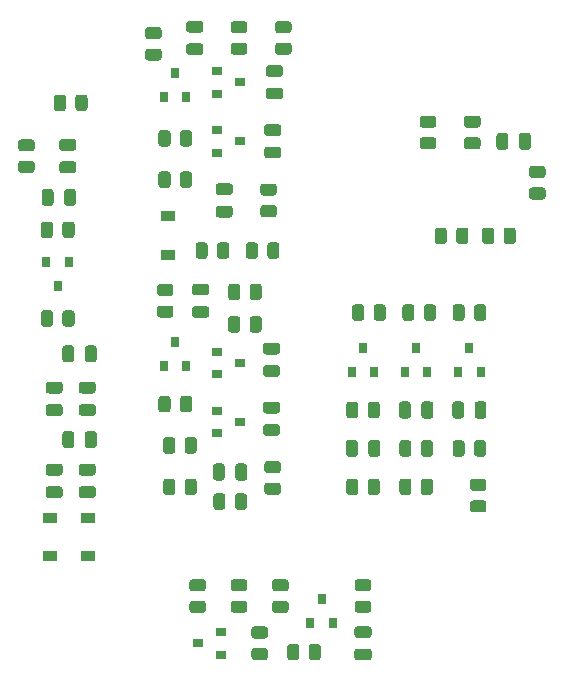
<source format=gbr>
%TF.GenerationSoftware,KiCad,Pcbnew,(5.1.9-0-10_14)*%
%TF.CreationDate,2023-02-10T00:43:38-05:00*%
%TF.ProjectId,LiControl,4c69436f-6e74-4726-9f6c-2e6b69636164,rev?*%
%TF.SameCoordinates,Original*%
%TF.FileFunction,Paste,Bot*%
%TF.FilePolarity,Positive*%
%FSLAX46Y46*%
G04 Gerber Fmt 4.6, Leading zero omitted, Abs format (unit mm)*
G04 Created by KiCad (PCBNEW (5.1.9-0-10_14)) date 2023-02-10 00:43:38*
%MOMM*%
%LPD*%
G01*
G04 APERTURE LIST*
%ADD10R,1.200000X0.900000*%
%ADD11R,0.900000X0.800000*%
%ADD12R,0.800000X0.900000*%
G04 APERTURE END LIST*
%TO.C,R17*%
G36*
G01*
X95225000Y-83200001D02*
X95225000Y-82299999D01*
G75*
G02*
X95474999Y-82050000I249999J0D01*
G01*
X96000001Y-82050000D01*
G75*
G02*
X96250000Y-82299999I0J-249999D01*
G01*
X96250000Y-83200001D01*
G75*
G02*
X96000001Y-83450000I-249999J0D01*
G01*
X95474999Y-83450000D01*
G75*
G02*
X95225000Y-83200001I0J249999D01*
G01*
G37*
G36*
G01*
X97050000Y-83200001D02*
X97050000Y-82299999D01*
G75*
G02*
X97299999Y-82050000I249999J0D01*
G01*
X97825001Y-82050000D01*
G75*
G02*
X98075000Y-82299999I0J-249999D01*
G01*
X98075000Y-83200001D01*
G75*
G02*
X97825001Y-83450000I-249999J0D01*
G01*
X97299999Y-83450000D01*
G75*
G02*
X97050000Y-83200001I0J249999D01*
G01*
G37*
%TD*%
%TO.C,C9*%
G36*
G01*
X111225000Y-74200000D02*
X110275000Y-74200000D01*
G75*
G02*
X110025000Y-73950000I0J250000D01*
G01*
X110025000Y-73450000D01*
G75*
G02*
X110275000Y-73200000I250000J0D01*
G01*
X111225000Y-73200000D01*
G75*
G02*
X111475000Y-73450000I0J-250000D01*
G01*
X111475000Y-73950000D01*
G75*
G02*
X111225000Y-74200000I-250000J0D01*
G01*
G37*
G36*
G01*
X111225000Y-72300000D02*
X110275000Y-72300000D01*
G75*
G02*
X110025000Y-72050000I0J250000D01*
G01*
X110025000Y-71550000D01*
G75*
G02*
X110275000Y-71300000I250000J0D01*
G01*
X111225000Y-71300000D01*
G75*
G02*
X111475000Y-71550000I0J-250000D01*
G01*
X111475000Y-72050000D01*
G75*
G02*
X111225000Y-72300000I-250000J0D01*
G01*
G37*
%TD*%
%TO.C,C12*%
G36*
G01*
X114275000Y-91700000D02*
X115225000Y-91700000D01*
G75*
G02*
X115475000Y-91950000I0J-250000D01*
G01*
X115475000Y-92450000D01*
G75*
G02*
X115225000Y-92700000I-250000J0D01*
G01*
X114275000Y-92700000D01*
G75*
G02*
X114025000Y-92450000I0J250000D01*
G01*
X114025000Y-91950000D01*
G75*
G02*
X114275000Y-91700000I250000J0D01*
G01*
G37*
G36*
G01*
X114275000Y-89800000D02*
X115225000Y-89800000D01*
G75*
G02*
X115475000Y-90050000I0J-250000D01*
G01*
X115475000Y-90550000D01*
G75*
G02*
X115225000Y-90800000I-250000J0D01*
G01*
X114275000Y-90800000D01*
G75*
G02*
X114025000Y-90550000I0J250000D01*
G01*
X114025000Y-90050000D01*
G75*
G02*
X114275000Y-89800000I250000J0D01*
G01*
G37*
%TD*%
%TO.C,C13*%
G36*
G01*
X114375000Y-66300000D02*
X115325000Y-66300000D01*
G75*
G02*
X115575000Y-66550000I0J-250000D01*
G01*
X115575000Y-67050000D01*
G75*
G02*
X115325000Y-67300000I-250000J0D01*
G01*
X114375000Y-67300000D01*
G75*
G02*
X114125000Y-67050000I0J250000D01*
G01*
X114125000Y-66550000D01*
G75*
G02*
X114375000Y-66300000I250000J0D01*
G01*
G37*
G36*
G01*
X114375000Y-68200000D02*
X115325000Y-68200000D01*
G75*
G02*
X115575000Y-68450000I0J-250000D01*
G01*
X115575000Y-68950000D01*
G75*
G02*
X115325000Y-69200000I-250000J0D01*
G01*
X114375000Y-69200000D01*
G75*
G02*
X114125000Y-68950000I0J250000D01*
G01*
X114125000Y-68450000D01*
G75*
G02*
X114375000Y-68200000I250000J0D01*
G01*
G37*
%TD*%
%TO.C,C15*%
G36*
G01*
X115225000Y-87700000D02*
X114275000Y-87700000D01*
G75*
G02*
X114025000Y-87450000I0J250000D01*
G01*
X114025000Y-86950000D01*
G75*
G02*
X114275000Y-86700000I250000J0D01*
G01*
X115225000Y-86700000D01*
G75*
G02*
X115475000Y-86950000I0J-250000D01*
G01*
X115475000Y-87450000D01*
G75*
G02*
X115225000Y-87700000I-250000J0D01*
G01*
G37*
G36*
G01*
X115225000Y-85800000D02*
X114275000Y-85800000D01*
G75*
G02*
X114025000Y-85550000I0J250000D01*
G01*
X114025000Y-85050000D01*
G75*
G02*
X114275000Y-84800000I250000J0D01*
G01*
X115225000Y-84800000D01*
G75*
G02*
X115475000Y-85050000I0J-250000D01*
G01*
X115475000Y-85550000D01*
G75*
G02*
X115225000Y-85800000I-250000J0D01*
G01*
G37*
%TD*%
%TO.C,C16*%
G36*
G01*
X115475000Y-62300000D02*
X114525000Y-62300000D01*
G75*
G02*
X114275000Y-62050000I0J250000D01*
G01*
X114275000Y-61550000D01*
G75*
G02*
X114525000Y-61300000I250000J0D01*
G01*
X115475000Y-61300000D01*
G75*
G02*
X115725000Y-61550000I0J-250000D01*
G01*
X115725000Y-62050000D01*
G75*
G02*
X115475000Y-62300000I-250000J0D01*
G01*
G37*
G36*
G01*
X115475000Y-64200000D02*
X114525000Y-64200000D01*
G75*
G02*
X114275000Y-63950000I0J250000D01*
G01*
X114275000Y-63450000D01*
G75*
G02*
X114525000Y-63200000I250000J0D01*
G01*
X115475000Y-63200000D01*
G75*
G02*
X115725000Y-63450000I0J-250000D01*
G01*
X115725000Y-63950000D01*
G75*
G02*
X115475000Y-64200000I-250000J0D01*
G01*
G37*
%TD*%
%TO.C,C19*%
G36*
G01*
X109225000Y-82700000D02*
X108275000Y-82700000D01*
G75*
G02*
X108025000Y-82450000I0J250000D01*
G01*
X108025000Y-81950000D01*
G75*
G02*
X108275000Y-81700000I250000J0D01*
G01*
X109225000Y-81700000D01*
G75*
G02*
X109475000Y-81950000I0J-250000D01*
G01*
X109475000Y-82450000D01*
G75*
G02*
X109225000Y-82700000I-250000J0D01*
G01*
G37*
G36*
G01*
X109225000Y-80800000D02*
X108275000Y-80800000D01*
G75*
G02*
X108025000Y-80550000I0J250000D01*
G01*
X108025000Y-80050000D01*
G75*
G02*
X108275000Y-79800000I250000J0D01*
G01*
X109225000Y-79800000D01*
G75*
G02*
X109475000Y-80050000I0J-250000D01*
G01*
X109475000Y-80550000D01*
G75*
G02*
X109225000Y-80800000I-250000J0D01*
G01*
G37*
%TD*%
%TO.C,C20*%
G36*
G01*
X108725000Y-58550000D02*
X107775000Y-58550000D01*
G75*
G02*
X107525000Y-58300000I0J250000D01*
G01*
X107525000Y-57800000D01*
G75*
G02*
X107775000Y-57550000I250000J0D01*
G01*
X108725000Y-57550000D01*
G75*
G02*
X108975000Y-57800000I0J-250000D01*
G01*
X108975000Y-58300000D01*
G75*
G02*
X108725000Y-58550000I-250000J0D01*
G01*
G37*
G36*
G01*
X108725000Y-60450000D02*
X107775000Y-60450000D01*
G75*
G02*
X107525000Y-60200000I0J250000D01*
G01*
X107525000Y-59700000D01*
G75*
G02*
X107775000Y-59450000I250000J0D01*
G01*
X108725000Y-59450000D01*
G75*
G02*
X108975000Y-59700000I0J-250000D01*
G01*
X108975000Y-60200000D01*
G75*
G02*
X108725000Y-60450000I-250000J0D01*
G01*
G37*
%TD*%
D10*
%TO.C,D2*%
X106000000Y-77400000D03*
X106000000Y-74100000D03*
%TD*%
D11*
%TO.C,Q7*%
X112100000Y-91500000D03*
X110100000Y-90550000D03*
X110100000Y-92450000D03*
%TD*%
%TO.C,Q8*%
X112100000Y-67750000D03*
X110100000Y-66800000D03*
X110100000Y-68700000D03*
%TD*%
%TO.C,Q9*%
X112100000Y-86500000D03*
X110100000Y-85550000D03*
X110100000Y-87450000D03*
%TD*%
D12*
%TO.C,Q10*%
X107550000Y-86750000D03*
X105650000Y-86750000D03*
X106600000Y-84750000D03*
%TD*%
D11*
%TO.C,Q11*%
X112100000Y-62750000D03*
X110100000Y-61800000D03*
X110100000Y-63700000D03*
%TD*%
D12*
%TO.C,Q12*%
X106600000Y-62000000D03*
X105650000Y-64000000D03*
X107550000Y-64000000D03*
%TD*%
%TO.C,R22*%
G36*
G01*
X115425000Y-76549999D02*
X115425000Y-77450001D01*
G75*
G02*
X115175001Y-77700000I-249999J0D01*
G01*
X114649999Y-77700000D01*
G75*
G02*
X114400000Y-77450001I0J249999D01*
G01*
X114400000Y-76549999D01*
G75*
G02*
X114649999Y-76300000I249999J0D01*
G01*
X115175001Y-76300000D01*
G75*
G02*
X115425000Y-76549999I0J-249999D01*
G01*
G37*
G36*
G01*
X113600000Y-76549999D02*
X113600000Y-77450001D01*
G75*
G02*
X113350001Y-77700000I-249999J0D01*
G01*
X112824999Y-77700000D01*
G75*
G02*
X112575000Y-77450001I0J249999D01*
G01*
X112575000Y-76549999D01*
G75*
G02*
X112824999Y-76300000I249999J0D01*
G01*
X113350001Y-76300000D01*
G75*
G02*
X113600000Y-76549999I0J-249999D01*
G01*
G37*
%TD*%
%TO.C,R23*%
G36*
G01*
X109350000Y-76549999D02*
X109350000Y-77450001D01*
G75*
G02*
X109100001Y-77700000I-249999J0D01*
G01*
X108574999Y-77700000D01*
G75*
G02*
X108325000Y-77450001I0J249999D01*
G01*
X108325000Y-76549999D01*
G75*
G02*
X108574999Y-76300000I249999J0D01*
G01*
X109100001Y-76300000D01*
G75*
G02*
X109350000Y-76549999I0J-249999D01*
G01*
G37*
G36*
G01*
X111175000Y-76549999D02*
X111175000Y-77450001D01*
G75*
G02*
X110925001Y-77700000I-249999J0D01*
G01*
X110399999Y-77700000D01*
G75*
G02*
X110150000Y-77450001I0J249999D01*
G01*
X110150000Y-76549999D01*
G75*
G02*
X110399999Y-76300000I249999J0D01*
G01*
X110925001Y-76300000D01*
G75*
G02*
X111175000Y-76549999I0J-249999D01*
G01*
G37*
%TD*%
%TO.C,R25*%
G36*
G01*
X107000000Y-71450001D02*
X107000000Y-70549999D01*
G75*
G02*
X107249999Y-70300000I249999J0D01*
G01*
X107775001Y-70300000D01*
G75*
G02*
X108025000Y-70549999I0J-249999D01*
G01*
X108025000Y-71450001D01*
G75*
G02*
X107775001Y-71700000I-249999J0D01*
G01*
X107249999Y-71700000D01*
G75*
G02*
X107000000Y-71450001I0J249999D01*
G01*
G37*
G36*
G01*
X105175000Y-71450001D02*
X105175000Y-70549999D01*
G75*
G02*
X105424999Y-70300000I249999J0D01*
G01*
X105950001Y-70300000D01*
G75*
G02*
X106200000Y-70549999I0J-249999D01*
G01*
X106200000Y-71450001D01*
G75*
G02*
X105950001Y-71700000I-249999J0D01*
G01*
X105424999Y-71700000D01*
G75*
G02*
X105175000Y-71450001I0J249999D01*
G01*
G37*
%TD*%
%TO.C,R26*%
G36*
G01*
X108025000Y-89549999D02*
X108025000Y-90450001D01*
G75*
G02*
X107775001Y-90700000I-249999J0D01*
G01*
X107249999Y-90700000D01*
G75*
G02*
X107000000Y-90450001I0J249999D01*
G01*
X107000000Y-89549999D01*
G75*
G02*
X107249999Y-89300000I249999J0D01*
G01*
X107775001Y-89300000D01*
G75*
G02*
X108025000Y-89549999I0J-249999D01*
G01*
G37*
G36*
G01*
X106200000Y-89549999D02*
X106200000Y-90450001D01*
G75*
G02*
X105950001Y-90700000I-249999J0D01*
G01*
X105424999Y-90700000D01*
G75*
G02*
X105175000Y-90450001I0J249999D01*
G01*
X105175000Y-89549999D01*
G75*
G02*
X105424999Y-89300000I249999J0D01*
G01*
X105950001Y-89300000D01*
G75*
G02*
X106200000Y-89549999I0J-249999D01*
G01*
G37*
%TD*%
%TO.C,R27*%
G36*
G01*
X108025000Y-67049999D02*
X108025000Y-67950001D01*
G75*
G02*
X107775001Y-68200000I-249999J0D01*
G01*
X107249999Y-68200000D01*
G75*
G02*
X107000000Y-67950001I0J249999D01*
G01*
X107000000Y-67049999D01*
G75*
G02*
X107249999Y-66800000I249999J0D01*
G01*
X107775001Y-66800000D01*
G75*
G02*
X108025000Y-67049999I0J-249999D01*
G01*
G37*
G36*
G01*
X106200000Y-67049999D02*
X106200000Y-67950001D01*
G75*
G02*
X105950001Y-68200000I-249999J0D01*
G01*
X105424999Y-68200000D01*
G75*
G02*
X105175000Y-67950001I0J249999D01*
G01*
X105175000Y-67049999D01*
G75*
G02*
X105424999Y-66800000I249999J0D01*
G01*
X105950001Y-66800000D01*
G75*
G02*
X106200000Y-67049999I0J-249999D01*
G01*
G37*
%TD*%
%TO.C,R28*%
G36*
G01*
X105299999Y-81650000D02*
X106200001Y-81650000D01*
G75*
G02*
X106450000Y-81899999I0J-249999D01*
G01*
X106450000Y-82425001D01*
G75*
G02*
X106200001Y-82675000I-249999J0D01*
G01*
X105299999Y-82675000D01*
G75*
G02*
X105050000Y-82425001I0J249999D01*
G01*
X105050000Y-81899999D01*
G75*
G02*
X105299999Y-81650000I249999J0D01*
G01*
G37*
G36*
G01*
X105299999Y-79825000D02*
X106200001Y-79825000D01*
G75*
G02*
X106450000Y-80074999I0J-249999D01*
G01*
X106450000Y-80600001D01*
G75*
G02*
X106200001Y-80850000I-249999J0D01*
G01*
X105299999Y-80850000D01*
G75*
G02*
X105050000Y-80600001I0J249999D01*
G01*
X105050000Y-80074999D01*
G75*
G02*
X105299999Y-79825000I249999J0D01*
G01*
G37*
%TD*%
%TO.C,R29*%
G36*
G01*
X105200001Y-60925000D02*
X104299999Y-60925000D01*
G75*
G02*
X104050000Y-60675001I0J249999D01*
G01*
X104050000Y-60149999D01*
G75*
G02*
X104299999Y-59900000I249999J0D01*
G01*
X105200001Y-59900000D01*
G75*
G02*
X105450000Y-60149999I0J-249999D01*
G01*
X105450000Y-60675001D01*
G75*
G02*
X105200001Y-60925000I-249999J0D01*
G01*
G37*
G36*
G01*
X105200001Y-59100000D02*
X104299999Y-59100000D01*
G75*
G02*
X104050000Y-58850001I0J249999D01*
G01*
X104050000Y-58324999D01*
G75*
G02*
X104299999Y-58075000I249999J0D01*
G01*
X105200001Y-58075000D01*
G75*
G02*
X105450000Y-58324999I0J-249999D01*
G01*
X105450000Y-58850001D01*
G75*
G02*
X105200001Y-59100000I-249999J0D01*
G01*
G37*
%TD*%
%TO.C,R31*%
G36*
G01*
X114950001Y-74175000D02*
X114049999Y-74175000D01*
G75*
G02*
X113800000Y-73925001I0J249999D01*
G01*
X113800000Y-73399999D01*
G75*
G02*
X114049999Y-73150000I249999J0D01*
G01*
X114950001Y-73150000D01*
G75*
G02*
X115200000Y-73399999I0J-249999D01*
G01*
X115200000Y-73925001D01*
G75*
G02*
X114950001Y-74175000I-249999J0D01*
G01*
G37*
G36*
G01*
X114950001Y-72350000D02*
X114049999Y-72350000D01*
G75*
G02*
X113800000Y-72100001I0J249999D01*
G01*
X113800000Y-71574999D01*
G75*
G02*
X114049999Y-71325000I249999J0D01*
G01*
X114950001Y-71325000D01*
G75*
G02*
X115200000Y-71574999I0J-249999D01*
G01*
X115200000Y-72100001D01*
G75*
G02*
X114950001Y-72350000I-249999J0D01*
G01*
G37*
%TD*%
%TO.C,R32*%
G36*
G01*
X112900000Y-83700001D02*
X112900000Y-82799999D01*
G75*
G02*
X113149999Y-82550000I249999J0D01*
G01*
X113675001Y-82550000D01*
G75*
G02*
X113925000Y-82799999I0J-249999D01*
G01*
X113925000Y-83700001D01*
G75*
G02*
X113675001Y-83950000I-249999J0D01*
G01*
X113149999Y-83950000D01*
G75*
G02*
X112900000Y-83700001I0J249999D01*
G01*
G37*
G36*
G01*
X111075000Y-83700001D02*
X111075000Y-82799999D01*
G75*
G02*
X111324999Y-82550000I249999J0D01*
G01*
X111850001Y-82550000D01*
G75*
G02*
X112100000Y-82799999I0J-249999D01*
G01*
X112100000Y-83700001D01*
G75*
G02*
X111850001Y-83950000I-249999J0D01*
G01*
X111324999Y-83950000D01*
G75*
G02*
X111075000Y-83700001I0J249999D01*
G01*
G37*
%TD*%
%TO.C,R33*%
G36*
G01*
X112450001Y-58600000D02*
X111549999Y-58600000D01*
G75*
G02*
X111300000Y-58350001I0J249999D01*
G01*
X111300000Y-57824999D01*
G75*
G02*
X111549999Y-57575000I249999J0D01*
G01*
X112450001Y-57575000D01*
G75*
G02*
X112700000Y-57824999I0J-249999D01*
G01*
X112700000Y-58350001D01*
G75*
G02*
X112450001Y-58600000I-249999J0D01*
G01*
G37*
G36*
G01*
X112450001Y-60425000D02*
X111549999Y-60425000D01*
G75*
G02*
X111300000Y-60175001I0J249999D01*
G01*
X111300000Y-59649999D01*
G75*
G02*
X111549999Y-59400000I249999J0D01*
G01*
X112450001Y-59400000D01*
G75*
G02*
X112700000Y-59649999I0J-249999D01*
G01*
X112700000Y-60175001D01*
G75*
G02*
X112450001Y-60425000I-249999J0D01*
G01*
G37*
%TD*%
%TO.C,R34*%
G36*
G01*
X113925000Y-80049999D02*
X113925000Y-80950001D01*
G75*
G02*
X113675001Y-81200000I-249999J0D01*
G01*
X113149999Y-81200000D01*
G75*
G02*
X112900000Y-80950001I0J249999D01*
G01*
X112900000Y-80049999D01*
G75*
G02*
X113149999Y-79800000I249999J0D01*
G01*
X113675001Y-79800000D01*
G75*
G02*
X113925000Y-80049999I0J-249999D01*
G01*
G37*
G36*
G01*
X112100000Y-80049999D02*
X112100000Y-80950001D01*
G75*
G02*
X111850001Y-81200000I-249999J0D01*
G01*
X111324999Y-81200000D01*
G75*
G02*
X111075000Y-80950001I0J249999D01*
G01*
X111075000Y-80049999D01*
G75*
G02*
X111324999Y-79800000I249999J0D01*
G01*
X111850001Y-79800000D01*
G75*
G02*
X112100000Y-80049999I0J-249999D01*
G01*
G37*
%TD*%
%TO.C,R35*%
G36*
G01*
X116200001Y-60425000D02*
X115299999Y-60425000D01*
G75*
G02*
X115050000Y-60175001I0J249999D01*
G01*
X115050000Y-59649999D01*
G75*
G02*
X115299999Y-59400000I249999J0D01*
G01*
X116200001Y-59400000D01*
G75*
G02*
X116450000Y-59649999I0J-249999D01*
G01*
X116450000Y-60175001D01*
G75*
G02*
X116200001Y-60425000I-249999J0D01*
G01*
G37*
G36*
G01*
X116200001Y-58600000D02*
X115299999Y-58600000D01*
G75*
G02*
X115050000Y-58350001I0J249999D01*
G01*
X115050000Y-57824999D01*
G75*
G02*
X115299999Y-57575000I249999J0D01*
G01*
X116200001Y-57575000D01*
G75*
G02*
X116450000Y-57824999I0J-249999D01*
G01*
X116450000Y-58350001D01*
G75*
G02*
X116200001Y-58600000I-249999J0D01*
G01*
G37*
%TD*%
%TO.C,C1*%
G36*
G01*
X122975000Y-111700000D02*
X122025000Y-111700000D01*
G75*
G02*
X121775000Y-111450000I0J250000D01*
G01*
X121775000Y-110950000D01*
G75*
G02*
X122025000Y-110700000I250000J0D01*
G01*
X122975000Y-110700000D01*
G75*
G02*
X123225000Y-110950000I0J-250000D01*
G01*
X123225000Y-111450000D01*
G75*
G02*
X122975000Y-111700000I-250000J0D01*
G01*
G37*
G36*
G01*
X122975000Y-109800000D02*
X122025000Y-109800000D01*
G75*
G02*
X121775000Y-109550000I0J250000D01*
G01*
X121775000Y-109050000D01*
G75*
G02*
X122025000Y-108800000I250000J0D01*
G01*
X122975000Y-108800000D01*
G75*
G02*
X123225000Y-109050000I0J-250000D01*
G01*
X123225000Y-109550000D01*
G75*
G02*
X122975000Y-109800000I-250000J0D01*
G01*
G37*
%TD*%
%TO.C,C2*%
G36*
G01*
X125550000Y-90975000D02*
X125550000Y-90025000D01*
G75*
G02*
X125800000Y-89775000I250000J0D01*
G01*
X126300000Y-89775000D01*
G75*
G02*
X126550000Y-90025000I0J-250000D01*
G01*
X126550000Y-90975000D01*
G75*
G02*
X126300000Y-91225000I-250000J0D01*
G01*
X125800000Y-91225000D01*
G75*
G02*
X125550000Y-90975000I0J250000D01*
G01*
G37*
G36*
G01*
X127450000Y-90975000D02*
X127450000Y-90025000D01*
G75*
G02*
X127700000Y-89775000I250000J0D01*
G01*
X128200000Y-89775000D01*
G75*
G02*
X128450000Y-90025000I0J-250000D01*
G01*
X128450000Y-90975000D01*
G75*
G02*
X128200000Y-91225000I-250000J0D01*
G01*
X127700000Y-91225000D01*
G75*
G02*
X127450000Y-90975000I0J250000D01*
G01*
G37*
%TD*%
%TO.C,C3*%
G36*
G01*
X97050000Y-86225000D02*
X97050000Y-85275000D01*
G75*
G02*
X97300000Y-85025000I250000J0D01*
G01*
X97800000Y-85025000D01*
G75*
G02*
X98050000Y-85275000I0J-250000D01*
G01*
X98050000Y-86225000D01*
G75*
G02*
X97800000Y-86475000I-250000J0D01*
G01*
X97300000Y-86475000D01*
G75*
G02*
X97050000Y-86225000I0J250000D01*
G01*
G37*
G36*
G01*
X98950000Y-86225000D02*
X98950000Y-85275000D01*
G75*
G02*
X99200000Y-85025000I250000J0D01*
G01*
X99700000Y-85025000D01*
G75*
G02*
X99950000Y-85275000I0J-250000D01*
G01*
X99950000Y-86225000D01*
G75*
G02*
X99700000Y-86475000I-250000J0D01*
G01*
X99200000Y-86475000D01*
G75*
G02*
X98950000Y-86225000I0J250000D01*
G01*
G37*
%TD*%
%TO.C,C4*%
G36*
G01*
X130050000Y-90975000D02*
X130050000Y-90025000D01*
G75*
G02*
X130300000Y-89775000I250000J0D01*
G01*
X130800000Y-89775000D01*
G75*
G02*
X131050000Y-90025000I0J-250000D01*
G01*
X131050000Y-90975000D01*
G75*
G02*
X130800000Y-91225000I-250000J0D01*
G01*
X130300000Y-91225000D01*
G75*
G02*
X130050000Y-90975000I0J250000D01*
G01*
G37*
G36*
G01*
X131950000Y-90975000D02*
X131950000Y-90025000D01*
G75*
G02*
X132200000Y-89775000I250000J0D01*
G01*
X132700000Y-89775000D01*
G75*
G02*
X132950000Y-90025000I0J-250000D01*
G01*
X132950000Y-90975000D01*
G75*
G02*
X132700000Y-91225000I-250000J0D01*
G01*
X132200000Y-91225000D01*
G75*
G02*
X131950000Y-90975000I0J250000D01*
G01*
G37*
%TD*%
%TO.C,C5*%
G36*
G01*
X96300000Y-72025000D02*
X96300000Y-72975000D01*
G75*
G02*
X96050000Y-73225000I-250000J0D01*
G01*
X95550000Y-73225000D01*
G75*
G02*
X95300000Y-72975000I0J250000D01*
G01*
X95300000Y-72025000D01*
G75*
G02*
X95550000Y-71775000I250000J0D01*
G01*
X96050000Y-71775000D01*
G75*
G02*
X96300000Y-72025000I0J-250000D01*
G01*
G37*
G36*
G01*
X98200000Y-72025000D02*
X98200000Y-72975000D01*
G75*
G02*
X97950000Y-73225000I-250000J0D01*
G01*
X97450000Y-73225000D01*
G75*
G02*
X97200000Y-72975000I0J250000D01*
G01*
X97200000Y-72025000D01*
G75*
G02*
X97450000Y-71775000I250000J0D01*
G01*
X97950000Y-71775000D01*
G75*
G02*
X98200000Y-72025000I0J-250000D01*
G01*
G37*
%TD*%
%TO.C,C6*%
G36*
G01*
X122950000Y-94225000D02*
X122950000Y-93275000D01*
G75*
G02*
X123200000Y-93025000I250000J0D01*
G01*
X123700000Y-93025000D01*
G75*
G02*
X123950000Y-93275000I0J-250000D01*
G01*
X123950000Y-94225000D01*
G75*
G02*
X123700000Y-94475000I-250000J0D01*
G01*
X123200000Y-94475000D01*
G75*
G02*
X122950000Y-94225000I0J250000D01*
G01*
G37*
G36*
G01*
X121050000Y-94225000D02*
X121050000Y-93275000D01*
G75*
G02*
X121300000Y-93025000I250000J0D01*
G01*
X121800000Y-93025000D01*
G75*
G02*
X122050000Y-93275000I0J-250000D01*
G01*
X122050000Y-94225000D01*
G75*
G02*
X121800000Y-94475000I-250000J0D01*
G01*
X121300000Y-94475000D01*
G75*
G02*
X121050000Y-94225000I0J250000D01*
G01*
G37*
%TD*%
%TO.C,C7*%
G36*
G01*
X99625000Y-97950000D02*
X98675000Y-97950000D01*
G75*
G02*
X98425000Y-97700000I0J250000D01*
G01*
X98425000Y-97200000D01*
G75*
G02*
X98675000Y-96950000I250000J0D01*
G01*
X99625000Y-96950000D01*
G75*
G02*
X99875000Y-97200000I0J-250000D01*
G01*
X99875000Y-97700000D01*
G75*
G02*
X99625000Y-97950000I-250000J0D01*
G01*
G37*
G36*
G01*
X99625000Y-96050000D02*
X98675000Y-96050000D01*
G75*
G02*
X98425000Y-95800000I0J250000D01*
G01*
X98425000Y-95300000D01*
G75*
G02*
X98675000Y-95050000I250000J0D01*
G01*
X99625000Y-95050000D01*
G75*
G02*
X99875000Y-95300000I0J-250000D01*
G01*
X99875000Y-95800000D01*
G75*
G02*
X99625000Y-96050000I-250000J0D01*
G01*
G37*
%TD*%
%TO.C,C8*%
G36*
G01*
X111700000Y-96225000D02*
X111700000Y-95275000D01*
G75*
G02*
X111950000Y-95025000I250000J0D01*
G01*
X112450000Y-95025000D01*
G75*
G02*
X112700000Y-95275000I0J-250000D01*
G01*
X112700000Y-96225000D01*
G75*
G02*
X112450000Y-96475000I-250000J0D01*
G01*
X111950000Y-96475000D01*
G75*
G02*
X111700000Y-96225000I0J250000D01*
G01*
G37*
G36*
G01*
X109800000Y-96225000D02*
X109800000Y-95275000D01*
G75*
G02*
X110050000Y-95025000I250000J0D01*
G01*
X110550000Y-95025000D01*
G75*
G02*
X110800000Y-95275000I0J-250000D01*
G01*
X110800000Y-96225000D01*
G75*
G02*
X110550000Y-96475000I-250000J0D01*
G01*
X110050000Y-96475000D01*
G75*
G02*
X109800000Y-96225000I0J250000D01*
G01*
G37*
%TD*%
%TO.C,C10*%
G36*
G01*
X96825000Y-96050000D02*
X95875000Y-96050000D01*
G75*
G02*
X95625000Y-95800000I0J250000D01*
G01*
X95625000Y-95300000D01*
G75*
G02*
X95875000Y-95050000I250000J0D01*
G01*
X96825000Y-95050000D01*
G75*
G02*
X97075000Y-95300000I0J-250000D01*
G01*
X97075000Y-95800000D01*
G75*
G02*
X96825000Y-96050000I-250000J0D01*
G01*
G37*
G36*
G01*
X96825000Y-97950000D02*
X95875000Y-97950000D01*
G75*
G02*
X95625000Y-97700000I0J250000D01*
G01*
X95625000Y-97200000D01*
G75*
G02*
X95875000Y-96950000I250000J0D01*
G01*
X96825000Y-96950000D01*
G75*
G02*
X97075000Y-97200000I0J-250000D01*
G01*
X97075000Y-97700000D01*
G75*
G02*
X96825000Y-97950000I-250000J0D01*
G01*
G37*
%TD*%
%TO.C,C11*%
G36*
G01*
X99950000Y-92525000D02*
X99950000Y-93475000D01*
G75*
G02*
X99700000Y-93725000I-250000J0D01*
G01*
X99200000Y-93725000D01*
G75*
G02*
X98950000Y-93475000I0J250000D01*
G01*
X98950000Y-92525000D01*
G75*
G02*
X99200000Y-92275000I250000J0D01*
G01*
X99700000Y-92275000D01*
G75*
G02*
X99950000Y-92525000I0J-250000D01*
G01*
G37*
G36*
G01*
X98050000Y-92525000D02*
X98050000Y-93475000D01*
G75*
G02*
X97800000Y-93725000I-250000J0D01*
G01*
X97300000Y-93725000D01*
G75*
G02*
X97050000Y-93475000I0J250000D01*
G01*
X97050000Y-92525000D01*
G75*
G02*
X97300000Y-92275000I250000J0D01*
G01*
X97800000Y-92275000D01*
G75*
G02*
X98050000Y-92525000I0J-250000D01*
G01*
G37*
%TD*%
%TO.C,C14*%
G36*
G01*
X95875000Y-90000000D02*
X96825000Y-90000000D01*
G75*
G02*
X97075000Y-90250000I0J-250000D01*
G01*
X97075000Y-90750000D01*
G75*
G02*
X96825000Y-91000000I-250000J0D01*
G01*
X95875000Y-91000000D01*
G75*
G02*
X95625000Y-90750000I0J250000D01*
G01*
X95625000Y-90250000D01*
G75*
G02*
X95875000Y-90000000I250000J0D01*
G01*
G37*
G36*
G01*
X95875000Y-88100000D02*
X96825000Y-88100000D01*
G75*
G02*
X97075000Y-88350000I0J-250000D01*
G01*
X97075000Y-88850000D01*
G75*
G02*
X96825000Y-89100000I-250000J0D01*
G01*
X95875000Y-89100000D01*
G75*
G02*
X95625000Y-88850000I0J250000D01*
G01*
X95625000Y-88350000D01*
G75*
G02*
X95875000Y-88100000I250000J0D01*
G01*
G37*
%TD*%
%TO.C,C17*%
G36*
G01*
X97025000Y-69450000D02*
X97975000Y-69450000D01*
G75*
G02*
X98225000Y-69700000I0J-250000D01*
G01*
X98225000Y-70200000D01*
G75*
G02*
X97975000Y-70450000I-250000J0D01*
G01*
X97025000Y-70450000D01*
G75*
G02*
X96775000Y-70200000I0J250000D01*
G01*
X96775000Y-69700000D01*
G75*
G02*
X97025000Y-69450000I250000J0D01*
G01*
G37*
G36*
G01*
X97025000Y-67550000D02*
X97975000Y-67550000D01*
G75*
G02*
X98225000Y-67800000I0J-250000D01*
G01*
X98225000Y-68300000D01*
G75*
G02*
X97975000Y-68550000I-250000J0D01*
G01*
X97025000Y-68550000D01*
G75*
G02*
X96775000Y-68300000I0J250000D01*
G01*
X96775000Y-67800000D01*
G75*
G02*
X97025000Y-67550000I250000J0D01*
G01*
G37*
%TD*%
%TO.C,C18*%
G36*
G01*
X98675000Y-90000000D02*
X99625000Y-90000000D01*
G75*
G02*
X99875000Y-90250000I0J-250000D01*
G01*
X99875000Y-90750000D01*
G75*
G02*
X99625000Y-91000000I-250000J0D01*
G01*
X98675000Y-91000000D01*
G75*
G02*
X98425000Y-90750000I0J250000D01*
G01*
X98425000Y-90250000D01*
G75*
G02*
X98675000Y-90000000I250000J0D01*
G01*
G37*
G36*
G01*
X98675000Y-88100000D02*
X99625000Y-88100000D01*
G75*
G02*
X99875000Y-88350000I0J-250000D01*
G01*
X99875000Y-88850000D01*
G75*
G02*
X99625000Y-89100000I-250000J0D01*
G01*
X98675000Y-89100000D01*
G75*
G02*
X98425000Y-88850000I0J250000D01*
G01*
X98425000Y-88350000D01*
G75*
G02*
X98675000Y-88100000I250000J0D01*
G01*
G37*
%TD*%
%TO.C,C21*%
G36*
G01*
X136700000Y-67275000D02*
X136700000Y-68225000D01*
G75*
G02*
X136450000Y-68475000I-250000J0D01*
G01*
X135950000Y-68475000D01*
G75*
G02*
X135700000Y-68225000I0J250000D01*
G01*
X135700000Y-67275000D01*
G75*
G02*
X135950000Y-67025000I250000J0D01*
G01*
X136450000Y-67025000D01*
G75*
G02*
X136700000Y-67275000I0J-250000D01*
G01*
G37*
G36*
G01*
X134800000Y-67275000D02*
X134800000Y-68225000D01*
G75*
G02*
X134550000Y-68475000I-250000J0D01*
G01*
X134050000Y-68475000D01*
G75*
G02*
X133800000Y-68225000I0J250000D01*
G01*
X133800000Y-67275000D01*
G75*
G02*
X134050000Y-67025000I250000J0D01*
G01*
X134550000Y-67025000D01*
G75*
G02*
X134800000Y-67275000I0J-250000D01*
G01*
G37*
%TD*%
D10*
%TO.C,D1*%
X99250000Y-102900000D03*
X99250000Y-99600000D03*
%TD*%
%TO.C,D3*%
X96000000Y-102900000D03*
X96000000Y-99600000D03*
%TD*%
D12*
%TO.C,Q1*%
X119950000Y-108500000D03*
X118050000Y-108500000D03*
X119000000Y-106500000D03*
%TD*%
%TO.C,Q2*%
X127950000Y-87250000D03*
X126050000Y-87250000D03*
X127000000Y-85250000D03*
%TD*%
%TO.C,Q3*%
X132450000Y-87250000D03*
X130550000Y-87250000D03*
X131500000Y-85250000D03*
%TD*%
%TO.C,Q4*%
X95700000Y-78000000D03*
X97600000Y-78000000D03*
X96650000Y-80000000D03*
%TD*%
D11*
%TO.C,Q5*%
X108500000Y-110250000D03*
X110500000Y-111200000D03*
X110500000Y-109300000D03*
%TD*%
D12*
%TO.C,Q6*%
X123450000Y-87250000D03*
X121550000Y-87250000D03*
X122500000Y-85250000D03*
%TD*%
%TO.C,R1*%
G36*
G01*
X127400000Y-97450001D02*
X127400000Y-96549999D01*
G75*
G02*
X127649999Y-96300000I249999J0D01*
G01*
X128175001Y-96300000D01*
G75*
G02*
X128425000Y-96549999I0J-249999D01*
G01*
X128425000Y-97450001D01*
G75*
G02*
X128175001Y-97700000I-249999J0D01*
G01*
X127649999Y-97700000D01*
G75*
G02*
X127400000Y-97450001I0J249999D01*
G01*
G37*
G36*
G01*
X125575000Y-97450001D02*
X125575000Y-96549999D01*
G75*
G02*
X125824999Y-96300000I249999J0D01*
G01*
X126350001Y-96300000D01*
G75*
G02*
X126600000Y-96549999I0J-249999D01*
G01*
X126600000Y-97450001D01*
G75*
G02*
X126350001Y-97700000I-249999J0D01*
G01*
X125824999Y-97700000D01*
G75*
G02*
X125575000Y-97450001I0J249999D01*
G01*
G37*
%TD*%
%TO.C,R2*%
G36*
G01*
X128425000Y-93299999D02*
X128425000Y-94200001D01*
G75*
G02*
X128175001Y-94450000I-249999J0D01*
G01*
X127649999Y-94450000D01*
G75*
G02*
X127400000Y-94200001I0J249999D01*
G01*
X127400000Y-93299999D01*
G75*
G02*
X127649999Y-93050000I249999J0D01*
G01*
X128175001Y-93050000D01*
G75*
G02*
X128425000Y-93299999I0J-249999D01*
G01*
G37*
G36*
G01*
X126600000Y-93299999D02*
X126600000Y-94200001D01*
G75*
G02*
X126350001Y-94450000I-249999J0D01*
G01*
X125824999Y-94450000D01*
G75*
G02*
X125575000Y-94200001I0J249999D01*
G01*
X125575000Y-93299999D01*
G75*
G02*
X125824999Y-93050000I249999J0D01*
G01*
X126350001Y-93050000D01*
G75*
G02*
X126600000Y-93299999I0J-249999D01*
G01*
G37*
%TD*%
%TO.C,R3*%
G36*
G01*
X132700001Y-97350000D02*
X131799999Y-97350000D01*
G75*
G02*
X131550000Y-97100001I0J249999D01*
G01*
X131550000Y-96574999D01*
G75*
G02*
X131799999Y-96325000I249999J0D01*
G01*
X132700001Y-96325000D01*
G75*
G02*
X132950000Y-96574999I0J-249999D01*
G01*
X132950000Y-97100001D01*
G75*
G02*
X132700001Y-97350000I-249999J0D01*
G01*
G37*
G36*
G01*
X132700001Y-99175000D02*
X131799999Y-99175000D01*
G75*
G02*
X131550000Y-98925001I0J249999D01*
G01*
X131550000Y-98399999D01*
G75*
G02*
X131799999Y-98150000I249999J0D01*
G01*
X132700001Y-98150000D01*
G75*
G02*
X132950000Y-98399999I0J-249999D01*
G01*
X132950000Y-98925001D01*
G75*
G02*
X132700001Y-99175000I-249999J0D01*
G01*
G37*
%TD*%
%TO.C,R4*%
G36*
G01*
X132925000Y-93299999D02*
X132925000Y-94200001D01*
G75*
G02*
X132675001Y-94450000I-249999J0D01*
G01*
X132149999Y-94450000D01*
G75*
G02*
X131900000Y-94200001I0J249999D01*
G01*
X131900000Y-93299999D01*
G75*
G02*
X132149999Y-93050000I249999J0D01*
G01*
X132675001Y-93050000D01*
G75*
G02*
X132925000Y-93299999I0J-249999D01*
G01*
G37*
G36*
G01*
X131100000Y-93299999D02*
X131100000Y-94200001D01*
G75*
G02*
X130850001Y-94450000I-249999J0D01*
G01*
X130324999Y-94450000D01*
G75*
G02*
X130075000Y-94200001I0J249999D01*
G01*
X130075000Y-93299999D01*
G75*
G02*
X130324999Y-93050000I249999J0D01*
G01*
X130850001Y-93050000D01*
G75*
G02*
X131100000Y-93299999I0J-249999D01*
G01*
G37*
%TD*%
%TO.C,R5*%
G36*
G01*
X117100000Y-110549999D02*
X117100000Y-111450001D01*
G75*
G02*
X116850001Y-111700000I-249999J0D01*
G01*
X116324999Y-111700000D01*
G75*
G02*
X116075000Y-111450001I0J249999D01*
G01*
X116075000Y-110549999D01*
G75*
G02*
X116324999Y-110300000I249999J0D01*
G01*
X116850001Y-110300000D01*
G75*
G02*
X117100000Y-110549999I0J-249999D01*
G01*
G37*
G36*
G01*
X118925000Y-110549999D02*
X118925000Y-111450001D01*
G75*
G02*
X118675001Y-111700000I-249999J0D01*
G01*
X118149999Y-111700000D01*
G75*
G02*
X117900000Y-111450001I0J249999D01*
G01*
X117900000Y-110549999D01*
G75*
G02*
X118149999Y-110300000I249999J0D01*
G01*
X118675001Y-110300000D01*
G75*
G02*
X118925000Y-110549999I0J-249999D01*
G01*
G37*
%TD*%
%TO.C,R6*%
G36*
G01*
X97350000Y-64049999D02*
X97350000Y-64950001D01*
G75*
G02*
X97100001Y-65200000I-249999J0D01*
G01*
X96574999Y-65200000D01*
G75*
G02*
X96325000Y-64950001I0J249999D01*
G01*
X96325000Y-64049999D01*
G75*
G02*
X96574999Y-63800000I249999J0D01*
G01*
X97100001Y-63800000D01*
G75*
G02*
X97350000Y-64049999I0J-249999D01*
G01*
G37*
G36*
G01*
X99175000Y-64049999D02*
X99175000Y-64950001D01*
G75*
G02*
X98925001Y-65200000I-249999J0D01*
G01*
X98399999Y-65200000D01*
G75*
G02*
X98150000Y-64950001I0J249999D01*
G01*
X98150000Y-64049999D01*
G75*
G02*
X98399999Y-63800000I249999J0D01*
G01*
X98925001Y-63800000D01*
G75*
G02*
X99175000Y-64049999I0J-249999D01*
G01*
G37*
%TD*%
%TO.C,R7*%
G36*
G01*
X128675000Y-81799999D02*
X128675000Y-82700001D01*
G75*
G02*
X128425001Y-82950000I-249999J0D01*
G01*
X127899999Y-82950000D01*
G75*
G02*
X127650000Y-82700001I0J249999D01*
G01*
X127650000Y-81799999D01*
G75*
G02*
X127899999Y-81550000I249999J0D01*
G01*
X128425001Y-81550000D01*
G75*
G02*
X128675000Y-81799999I0J-249999D01*
G01*
G37*
G36*
G01*
X126850000Y-81799999D02*
X126850000Y-82700001D01*
G75*
G02*
X126600001Y-82950000I-249999J0D01*
G01*
X126074999Y-82950000D01*
G75*
G02*
X125825000Y-82700001I0J249999D01*
G01*
X125825000Y-81799999D01*
G75*
G02*
X126074999Y-81550000I249999J0D01*
G01*
X126600001Y-81550000D01*
G75*
G02*
X126850000Y-81799999I0J-249999D01*
G01*
G37*
%TD*%
%TO.C,R8*%
G36*
G01*
X93549999Y-69400000D02*
X94450001Y-69400000D01*
G75*
G02*
X94700000Y-69649999I0J-249999D01*
G01*
X94700000Y-70175001D01*
G75*
G02*
X94450001Y-70425000I-249999J0D01*
G01*
X93549999Y-70425000D01*
G75*
G02*
X93300000Y-70175001I0J249999D01*
G01*
X93300000Y-69649999D01*
G75*
G02*
X93549999Y-69400000I249999J0D01*
G01*
G37*
G36*
G01*
X93549999Y-67575000D02*
X94450001Y-67575000D01*
G75*
G02*
X94700000Y-67824999I0J-249999D01*
G01*
X94700000Y-68350001D01*
G75*
G02*
X94450001Y-68600000I-249999J0D01*
G01*
X93549999Y-68600000D01*
G75*
G02*
X93300000Y-68350001I0J249999D01*
G01*
X93300000Y-67824999D01*
G75*
G02*
X93549999Y-67575000I249999J0D01*
G01*
G37*
%TD*%
%TO.C,R9*%
G36*
G01*
X97050000Y-75700001D02*
X97050000Y-74799999D01*
G75*
G02*
X97299999Y-74550000I249999J0D01*
G01*
X97825001Y-74550000D01*
G75*
G02*
X98075000Y-74799999I0J-249999D01*
G01*
X98075000Y-75700001D01*
G75*
G02*
X97825001Y-75950000I-249999J0D01*
G01*
X97299999Y-75950000D01*
G75*
G02*
X97050000Y-75700001I0J249999D01*
G01*
G37*
G36*
G01*
X95225000Y-75700001D02*
X95225000Y-74799999D01*
G75*
G02*
X95474999Y-74550000I249999J0D01*
G01*
X96000001Y-74550000D01*
G75*
G02*
X96250000Y-74799999I0J-249999D01*
G01*
X96250000Y-75700001D01*
G75*
G02*
X96000001Y-75950000I-249999J0D01*
G01*
X95474999Y-75950000D01*
G75*
G02*
X95225000Y-75700001I0J249999D01*
G01*
G37*
%TD*%
%TO.C,R10*%
G36*
G01*
X122950001Y-105850000D02*
X122049999Y-105850000D01*
G75*
G02*
X121800000Y-105600001I0J249999D01*
G01*
X121800000Y-105074999D01*
G75*
G02*
X122049999Y-104825000I249999J0D01*
G01*
X122950001Y-104825000D01*
G75*
G02*
X123200000Y-105074999I0J-249999D01*
G01*
X123200000Y-105600001D01*
G75*
G02*
X122950001Y-105850000I-249999J0D01*
G01*
G37*
G36*
G01*
X122950001Y-107675000D02*
X122049999Y-107675000D01*
G75*
G02*
X121800000Y-107425001I0J249999D01*
G01*
X121800000Y-106899999D01*
G75*
G02*
X122049999Y-106650000I249999J0D01*
G01*
X122950001Y-106650000D01*
G75*
G02*
X123200000Y-106899999I0J-249999D01*
G01*
X123200000Y-107425001D01*
G75*
G02*
X122950001Y-107675000I-249999J0D01*
G01*
G37*
%TD*%
%TO.C,R11*%
G36*
G01*
X111549999Y-104825000D02*
X112450001Y-104825000D01*
G75*
G02*
X112700000Y-105074999I0J-249999D01*
G01*
X112700000Y-105600001D01*
G75*
G02*
X112450001Y-105850000I-249999J0D01*
G01*
X111549999Y-105850000D01*
G75*
G02*
X111300000Y-105600001I0J249999D01*
G01*
X111300000Y-105074999D01*
G75*
G02*
X111549999Y-104825000I249999J0D01*
G01*
G37*
G36*
G01*
X111549999Y-106650000D02*
X112450001Y-106650000D01*
G75*
G02*
X112700000Y-106899999I0J-249999D01*
G01*
X112700000Y-107425001D01*
G75*
G02*
X112450001Y-107675000I-249999J0D01*
G01*
X111549999Y-107675000D01*
G75*
G02*
X111300000Y-107425001I0J249999D01*
G01*
X111300000Y-106899999D01*
G75*
G02*
X111549999Y-106650000I249999J0D01*
G01*
G37*
%TD*%
%TO.C,R12*%
G36*
G01*
X131100000Y-81799999D02*
X131100000Y-82700001D01*
G75*
G02*
X130850001Y-82950000I-249999J0D01*
G01*
X130324999Y-82950000D01*
G75*
G02*
X130075000Y-82700001I0J249999D01*
G01*
X130075000Y-81799999D01*
G75*
G02*
X130324999Y-81550000I249999J0D01*
G01*
X130850001Y-81550000D01*
G75*
G02*
X131100000Y-81799999I0J-249999D01*
G01*
G37*
G36*
G01*
X132925000Y-81799999D02*
X132925000Y-82700001D01*
G75*
G02*
X132675001Y-82950000I-249999J0D01*
G01*
X132149999Y-82950000D01*
G75*
G02*
X131900000Y-82700001I0J249999D01*
G01*
X131900000Y-81799999D01*
G75*
G02*
X132149999Y-81550000I249999J0D01*
G01*
X132675001Y-81550000D01*
G75*
G02*
X132925000Y-81799999I0J-249999D01*
G01*
G37*
%TD*%
%TO.C,R13*%
G36*
G01*
X121075000Y-97450001D02*
X121075000Y-96549999D01*
G75*
G02*
X121324999Y-96300000I249999J0D01*
G01*
X121850001Y-96300000D01*
G75*
G02*
X122100000Y-96549999I0J-249999D01*
G01*
X122100000Y-97450001D01*
G75*
G02*
X121850001Y-97700000I-249999J0D01*
G01*
X121324999Y-97700000D01*
G75*
G02*
X121075000Y-97450001I0J249999D01*
G01*
G37*
G36*
G01*
X122900000Y-97450001D02*
X122900000Y-96549999D01*
G75*
G02*
X123149999Y-96300000I249999J0D01*
G01*
X123675001Y-96300000D01*
G75*
G02*
X123925000Y-96549999I0J-249999D01*
G01*
X123925000Y-97450001D01*
G75*
G02*
X123675001Y-97700000I-249999J0D01*
G01*
X123149999Y-97700000D01*
G75*
G02*
X122900000Y-97450001I0J249999D01*
G01*
G37*
%TD*%
%TO.C,R14*%
G36*
G01*
X122100000Y-90049999D02*
X122100000Y-90950001D01*
G75*
G02*
X121850001Y-91200000I-249999J0D01*
G01*
X121324999Y-91200000D01*
G75*
G02*
X121075000Y-90950001I0J249999D01*
G01*
X121075000Y-90049999D01*
G75*
G02*
X121324999Y-89800000I249999J0D01*
G01*
X121850001Y-89800000D01*
G75*
G02*
X122100000Y-90049999I0J-249999D01*
G01*
G37*
G36*
G01*
X123925000Y-90049999D02*
X123925000Y-90950001D01*
G75*
G02*
X123675001Y-91200000I-249999J0D01*
G01*
X123149999Y-91200000D01*
G75*
G02*
X122900000Y-90950001I0J249999D01*
G01*
X122900000Y-90049999D01*
G75*
G02*
X123149999Y-89800000I249999J0D01*
G01*
X123675001Y-89800000D01*
G75*
G02*
X123925000Y-90049999I0J-249999D01*
G01*
G37*
%TD*%
%TO.C,R15*%
G36*
G01*
X115950001Y-105850000D02*
X115049999Y-105850000D01*
G75*
G02*
X114800000Y-105600001I0J249999D01*
G01*
X114800000Y-105074999D01*
G75*
G02*
X115049999Y-104825000I249999J0D01*
G01*
X115950001Y-104825000D01*
G75*
G02*
X116200000Y-105074999I0J-249999D01*
G01*
X116200000Y-105600001D01*
G75*
G02*
X115950001Y-105850000I-249999J0D01*
G01*
G37*
G36*
G01*
X115950001Y-107675000D02*
X115049999Y-107675000D01*
G75*
G02*
X114800000Y-107425001I0J249999D01*
G01*
X114800000Y-106899999D01*
G75*
G02*
X115049999Y-106650000I249999J0D01*
G01*
X115950001Y-106650000D01*
G75*
G02*
X116200000Y-106899999I0J-249999D01*
G01*
X116200000Y-107425001D01*
G75*
G02*
X115950001Y-107675000I-249999J0D01*
G01*
G37*
%TD*%
%TO.C,R16*%
G36*
G01*
X113299999Y-108825000D02*
X114200001Y-108825000D01*
G75*
G02*
X114450000Y-109074999I0J-249999D01*
G01*
X114450000Y-109600001D01*
G75*
G02*
X114200001Y-109850000I-249999J0D01*
G01*
X113299999Y-109850000D01*
G75*
G02*
X113050000Y-109600001I0J249999D01*
G01*
X113050000Y-109074999D01*
G75*
G02*
X113299999Y-108825000I249999J0D01*
G01*
G37*
G36*
G01*
X113299999Y-110650000D02*
X114200001Y-110650000D01*
G75*
G02*
X114450000Y-110899999I0J-249999D01*
G01*
X114450000Y-111425001D01*
G75*
G02*
X114200001Y-111675000I-249999J0D01*
G01*
X113299999Y-111675000D01*
G75*
G02*
X113050000Y-111425001I0J249999D01*
G01*
X113050000Y-110899999D01*
G75*
G02*
X113299999Y-110650000I249999J0D01*
G01*
G37*
%TD*%
%TO.C,R18*%
G36*
G01*
X108049999Y-104825000D02*
X108950001Y-104825000D01*
G75*
G02*
X109200000Y-105074999I0J-249999D01*
G01*
X109200000Y-105600001D01*
G75*
G02*
X108950001Y-105850000I-249999J0D01*
G01*
X108049999Y-105850000D01*
G75*
G02*
X107800000Y-105600001I0J249999D01*
G01*
X107800000Y-105074999D01*
G75*
G02*
X108049999Y-104825000I249999J0D01*
G01*
G37*
G36*
G01*
X108049999Y-106650000D02*
X108950001Y-106650000D01*
G75*
G02*
X109200000Y-106899999I0J-249999D01*
G01*
X109200000Y-107425001D01*
G75*
G02*
X108950001Y-107675000I-249999J0D01*
G01*
X108049999Y-107675000D01*
G75*
G02*
X107800000Y-107425001I0J249999D01*
G01*
X107800000Y-106899999D01*
G75*
G02*
X108049999Y-106650000I249999J0D01*
G01*
G37*
%TD*%
%TO.C,R19*%
G36*
G01*
X124425000Y-81799999D02*
X124425000Y-82700001D01*
G75*
G02*
X124175001Y-82950000I-249999J0D01*
G01*
X123649999Y-82950000D01*
G75*
G02*
X123400000Y-82700001I0J249999D01*
G01*
X123400000Y-81799999D01*
G75*
G02*
X123649999Y-81550000I249999J0D01*
G01*
X124175001Y-81550000D01*
G75*
G02*
X124425000Y-81799999I0J-249999D01*
G01*
G37*
G36*
G01*
X122600000Y-81799999D02*
X122600000Y-82700001D01*
G75*
G02*
X122350001Y-82950000I-249999J0D01*
G01*
X121824999Y-82950000D01*
G75*
G02*
X121575000Y-82700001I0J249999D01*
G01*
X121575000Y-81799999D01*
G75*
G02*
X121824999Y-81550000I249999J0D01*
G01*
X122350001Y-81550000D01*
G75*
G02*
X122600000Y-81799999I0J-249999D01*
G01*
G37*
%TD*%
%TO.C,R20*%
G36*
G01*
X112675000Y-97799999D02*
X112675000Y-98700001D01*
G75*
G02*
X112425001Y-98950000I-249999J0D01*
G01*
X111899999Y-98950000D01*
G75*
G02*
X111650000Y-98700001I0J249999D01*
G01*
X111650000Y-97799999D01*
G75*
G02*
X111899999Y-97550000I249999J0D01*
G01*
X112425001Y-97550000D01*
G75*
G02*
X112675000Y-97799999I0J-249999D01*
G01*
G37*
G36*
G01*
X110850000Y-97799999D02*
X110850000Y-98700001D01*
G75*
G02*
X110600001Y-98950000I-249999J0D01*
G01*
X110074999Y-98950000D01*
G75*
G02*
X109825000Y-98700001I0J249999D01*
G01*
X109825000Y-97799999D01*
G75*
G02*
X110074999Y-97550000I249999J0D01*
G01*
X110600001Y-97550000D01*
G75*
G02*
X110850000Y-97799999I0J-249999D01*
G01*
G37*
%TD*%
%TO.C,R21*%
G36*
G01*
X106600000Y-96549999D02*
X106600000Y-97450001D01*
G75*
G02*
X106350001Y-97700000I-249999J0D01*
G01*
X105824999Y-97700000D01*
G75*
G02*
X105575000Y-97450001I0J249999D01*
G01*
X105575000Y-96549999D01*
G75*
G02*
X105824999Y-96300000I249999J0D01*
G01*
X106350001Y-96300000D01*
G75*
G02*
X106600000Y-96549999I0J-249999D01*
G01*
G37*
G36*
G01*
X108425000Y-96549999D02*
X108425000Y-97450001D01*
G75*
G02*
X108175001Y-97700000I-249999J0D01*
G01*
X107649999Y-97700000D01*
G75*
G02*
X107400000Y-97450001I0J249999D01*
G01*
X107400000Y-96549999D01*
G75*
G02*
X107649999Y-96300000I249999J0D01*
G01*
X108175001Y-96300000D01*
G75*
G02*
X108425000Y-96549999I0J-249999D01*
G01*
G37*
%TD*%
%TO.C,R24*%
G36*
G01*
X107400000Y-93950001D02*
X107400000Y-93049999D01*
G75*
G02*
X107649999Y-92800000I249999J0D01*
G01*
X108175001Y-92800000D01*
G75*
G02*
X108425000Y-93049999I0J-249999D01*
G01*
X108425000Y-93950001D01*
G75*
G02*
X108175001Y-94200000I-249999J0D01*
G01*
X107649999Y-94200000D01*
G75*
G02*
X107400000Y-93950001I0J249999D01*
G01*
G37*
G36*
G01*
X105575000Y-93950001D02*
X105575000Y-93049999D01*
G75*
G02*
X105824999Y-92800000I249999J0D01*
G01*
X106350001Y-92800000D01*
G75*
G02*
X106600000Y-93049999I0J-249999D01*
G01*
X106600000Y-93950001D01*
G75*
G02*
X106350001Y-94200000I-249999J0D01*
G01*
X105824999Y-94200000D01*
G75*
G02*
X105575000Y-93950001I0J249999D01*
G01*
G37*
%TD*%
%TO.C,R30*%
G36*
G01*
X115300001Y-97675000D02*
X114399999Y-97675000D01*
G75*
G02*
X114150000Y-97425001I0J249999D01*
G01*
X114150000Y-96899999D01*
G75*
G02*
X114399999Y-96650000I249999J0D01*
G01*
X115300001Y-96650000D01*
G75*
G02*
X115550000Y-96899999I0J-249999D01*
G01*
X115550000Y-97425001D01*
G75*
G02*
X115300001Y-97675000I-249999J0D01*
G01*
G37*
G36*
G01*
X115300001Y-95850000D02*
X114399999Y-95850000D01*
G75*
G02*
X114150000Y-95600001I0J249999D01*
G01*
X114150000Y-95074999D01*
G75*
G02*
X114399999Y-94825000I249999J0D01*
G01*
X115300001Y-94825000D01*
G75*
G02*
X115550000Y-95074999I0J-249999D01*
G01*
X115550000Y-95600001D01*
G75*
G02*
X115300001Y-95850000I-249999J0D01*
G01*
G37*
%TD*%
%TO.C,R36*%
G36*
G01*
X127549999Y-65575000D02*
X128450001Y-65575000D01*
G75*
G02*
X128700000Y-65824999I0J-249999D01*
G01*
X128700000Y-66350001D01*
G75*
G02*
X128450001Y-66600000I-249999J0D01*
G01*
X127549999Y-66600000D01*
G75*
G02*
X127300000Y-66350001I0J249999D01*
G01*
X127300000Y-65824999D01*
G75*
G02*
X127549999Y-65575000I249999J0D01*
G01*
G37*
G36*
G01*
X127549999Y-67400000D02*
X128450001Y-67400000D01*
G75*
G02*
X128700000Y-67649999I0J-249999D01*
G01*
X128700000Y-68175001D01*
G75*
G02*
X128450001Y-68425000I-249999J0D01*
G01*
X127549999Y-68425000D01*
G75*
G02*
X127300000Y-68175001I0J249999D01*
G01*
X127300000Y-67649999D01*
G75*
G02*
X127549999Y-67400000I249999J0D01*
G01*
G37*
%TD*%
%TO.C,R37*%
G36*
G01*
X129600000Y-75299999D02*
X129600000Y-76200001D01*
G75*
G02*
X129350001Y-76450000I-249999J0D01*
G01*
X128824999Y-76450000D01*
G75*
G02*
X128575000Y-76200001I0J249999D01*
G01*
X128575000Y-75299999D01*
G75*
G02*
X128824999Y-75050000I249999J0D01*
G01*
X129350001Y-75050000D01*
G75*
G02*
X129600000Y-75299999I0J-249999D01*
G01*
G37*
G36*
G01*
X131425000Y-75299999D02*
X131425000Y-76200001D01*
G75*
G02*
X131175001Y-76450000I-249999J0D01*
G01*
X130649999Y-76450000D01*
G75*
G02*
X130400000Y-76200001I0J249999D01*
G01*
X130400000Y-75299999D01*
G75*
G02*
X130649999Y-75050000I249999J0D01*
G01*
X131175001Y-75050000D01*
G75*
G02*
X131425000Y-75299999I0J-249999D01*
G01*
G37*
%TD*%
%TO.C,R38*%
G36*
G01*
X132200001Y-66600000D02*
X131299999Y-66600000D01*
G75*
G02*
X131050000Y-66350001I0J249999D01*
G01*
X131050000Y-65824999D01*
G75*
G02*
X131299999Y-65575000I249999J0D01*
G01*
X132200001Y-65575000D01*
G75*
G02*
X132450000Y-65824999I0J-249999D01*
G01*
X132450000Y-66350001D01*
G75*
G02*
X132200001Y-66600000I-249999J0D01*
G01*
G37*
G36*
G01*
X132200001Y-68425000D02*
X131299999Y-68425000D01*
G75*
G02*
X131050000Y-68175001I0J249999D01*
G01*
X131050000Y-67649999D01*
G75*
G02*
X131299999Y-67400000I249999J0D01*
G01*
X132200001Y-67400000D01*
G75*
G02*
X132450000Y-67649999I0J-249999D01*
G01*
X132450000Y-68175001D01*
G75*
G02*
X132200001Y-68425000I-249999J0D01*
G01*
G37*
%TD*%
%TO.C,R39*%
G36*
G01*
X134400000Y-76200001D02*
X134400000Y-75299999D01*
G75*
G02*
X134649999Y-75050000I249999J0D01*
G01*
X135175001Y-75050000D01*
G75*
G02*
X135425000Y-75299999I0J-249999D01*
G01*
X135425000Y-76200001D01*
G75*
G02*
X135175001Y-76450000I-249999J0D01*
G01*
X134649999Y-76450000D01*
G75*
G02*
X134400000Y-76200001I0J249999D01*
G01*
G37*
G36*
G01*
X132575000Y-76200001D02*
X132575000Y-75299999D01*
G75*
G02*
X132824999Y-75050000I249999J0D01*
G01*
X133350001Y-75050000D01*
G75*
G02*
X133600000Y-75299999I0J-249999D01*
G01*
X133600000Y-76200001D01*
G75*
G02*
X133350001Y-76450000I-249999J0D01*
G01*
X132824999Y-76450000D01*
G75*
G02*
X132575000Y-76200001I0J249999D01*
G01*
G37*
%TD*%
%TO.C,R40*%
G36*
G01*
X137700001Y-72675000D02*
X136799999Y-72675000D01*
G75*
G02*
X136550000Y-72425001I0J249999D01*
G01*
X136550000Y-71899999D01*
G75*
G02*
X136799999Y-71650000I249999J0D01*
G01*
X137700001Y-71650000D01*
G75*
G02*
X137950000Y-71899999I0J-249999D01*
G01*
X137950000Y-72425001D01*
G75*
G02*
X137700001Y-72675000I-249999J0D01*
G01*
G37*
G36*
G01*
X137700001Y-70850000D02*
X136799999Y-70850000D01*
G75*
G02*
X136550000Y-70600001I0J249999D01*
G01*
X136550000Y-70074999D01*
G75*
G02*
X136799999Y-69825000I249999J0D01*
G01*
X137700001Y-69825000D01*
G75*
G02*
X137950000Y-70074999I0J-249999D01*
G01*
X137950000Y-70600001D01*
G75*
G02*
X137700001Y-70850000I-249999J0D01*
G01*
G37*
%TD*%
M02*

</source>
